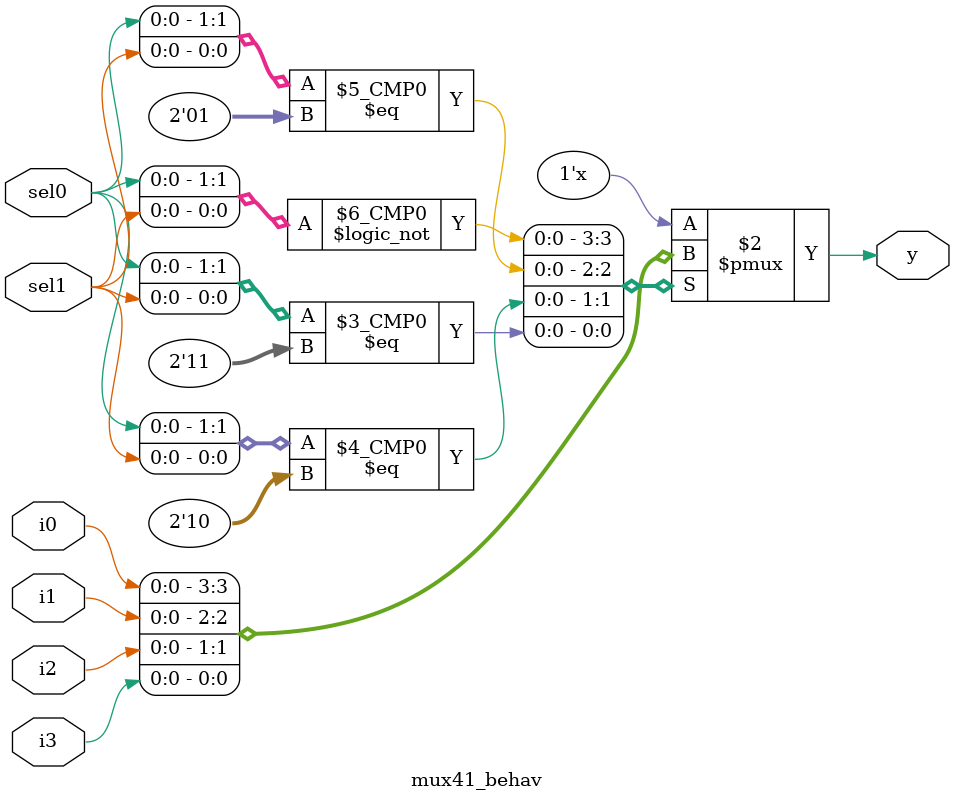
<source format=v>

module mux41_behav(
    input i0,i1,i2,i3,sel0,sel1,
    output reg y);
    
    always @(*)   
    begin
       case ({sel0,sel1})
       2'b00 : y = i0;
       2'b01 : y = i1;
       2'b10 : y = i2;
       2'b11 : y = i3;
       endcase
    end
    
endmodule
</source>
